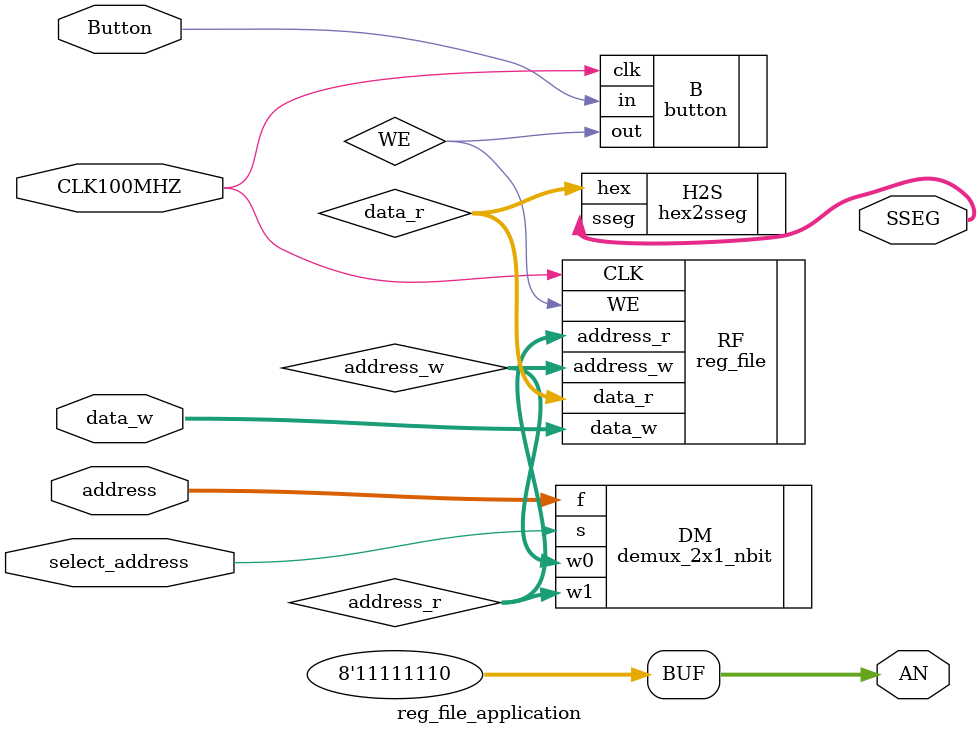
<source format=v>
`timescale 1ns / 1ps


module reg_file_application(
    input [3:0] data_w,
    input [6:0] address,
    input select_address,
    input Button,
    input CLK100MHZ,
    output [6:0] SSEG,
    output [7:0] AN
    );
    //only turn on first SSEG display
    assign AN = 8'b1111_1110;
    
    wire [6:0] address_w;
    wire [6:0] address_r;
    wire WE;
    wire [3:0] data_r;
    
    demux_2x1_nbit #(.N(7)) DM (
        .f(address),
        .s(select_address),
        .w0(address_w),
        .w1(address_r)
    );
    button B (
        .clk(CLK100MHZ),
        .in(Button),
        .out(WE)
    );
    reg_file #(.N(7),.BITS(4)) RF (
        .address_w(address_w),
        .address_r(address_r),
        .WE(WE),
        .CLK(CLK100MHZ),
        .data_w(data_w),
        .data_r(data_r)
    );
    hex2sseg H2S (
        .hex(data_r),
        .sseg(SSEG)
    );
endmodule

</source>
